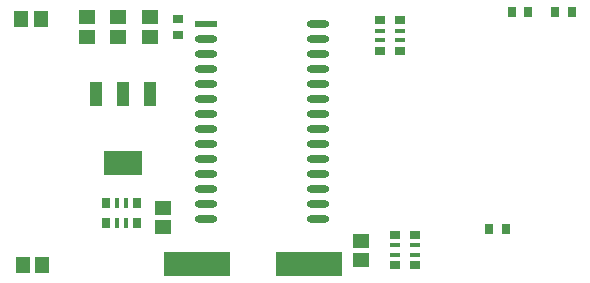
<source format=gtp>
G04 Layer_Color=8421504*
%FSLAX25Y25*%
%MOIN*%
G70*
G01*
G75*
%ADD16R,0.05512X0.04921*%
%ADD17R,0.02756X0.03543*%
%ADD18R,0.03937X0.08465*%
%ADD19R,0.12795X0.08465*%
%ADD20R,0.04921X0.05512*%
%ADD21R,0.02559X0.03543*%
%ADD22R,0.01772X0.03543*%
%ADD23O,0.07480X0.02362*%
%ADD24R,0.07480X0.02362*%
%ADD25R,0.22047X0.08268*%
%ADD26R,0.03543X0.02756*%
%ADD27R,0.03543X0.02559*%
%ADD28R,0.03543X0.01772*%
D16*
X395000Y445252D02*
D03*
Y451748D02*
D03*
X461000Y434252D02*
D03*
Y440748D02*
D03*
X380000Y508752D02*
D03*
Y515248D02*
D03*
X390500Y508752D02*
D03*
Y515248D02*
D03*
X369500Y508752D02*
D03*
Y515248D02*
D03*
D17*
X509256Y444500D02*
D03*
X503744D02*
D03*
X525744Y517000D02*
D03*
X531256D02*
D03*
X511244D02*
D03*
X516756D02*
D03*
D18*
X390555Y489516D02*
D03*
X381500D02*
D03*
X372445D02*
D03*
D19*
X381500Y466484D02*
D03*
D20*
X347752Y514500D02*
D03*
X354248D02*
D03*
X354748Y432500D02*
D03*
X348252D02*
D03*
D21*
X386216Y453346D02*
D03*
X375980D02*
D03*
X386216Y446654D02*
D03*
X375980D02*
D03*
D22*
X382673Y453346D02*
D03*
X379524D02*
D03*
X382673Y446654D02*
D03*
X379524D02*
D03*
D23*
X446701Y448000D02*
D03*
Y453000D02*
D03*
Y458000D02*
D03*
Y463000D02*
D03*
Y468000D02*
D03*
Y473000D02*
D03*
Y478000D02*
D03*
Y483000D02*
D03*
Y488000D02*
D03*
Y493000D02*
D03*
Y498000D02*
D03*
Y503000D02*
D03*
Y508000D02*
D03*
Y513000D02*
D03*
X409299Y448000D02*
D03*
Y453000D02*
D03*
Y458000D02*
D03*
Y463000D02*
D03*
Y468000D02*
D03*
Y473000D02*
D03*
Y478000D02*
D03*
Y483000D02*
D03*
Y488000D02*
D03*
Y493000D02*
D03*
Y498000D02*
D03*
Y503000D02*
D03*
Y508000D02*
D03*
D24*
Y513000D02*
D03*
D25*
X443701Y433000D02*
D03*
X406299D02*
D03*
D26*
X400000Y514756D02*
D03*
Y509244D02*
D03*
D27*
X467154Y514217D02*
D03*
Y503980D02*
D03*
X473846Y514217D02*
D03*
Y503980D02*
D03*
X472154Y442717D02*
D03*
Y432480D02*
D03*
X478847Y442717D02*
D03*
Y432480D02*
D03*
D28*
X467154Y510673D02*
D03*
Y507524D02*
D03*
X473846Y510673D02*
D03*
Y507524D02*
D03*
X472154Y439173D02*
D03*
Y436024D02*
D03*
X478847Y439173D02*
D03*
Y436024D02*
D03*
M02*

</source>
